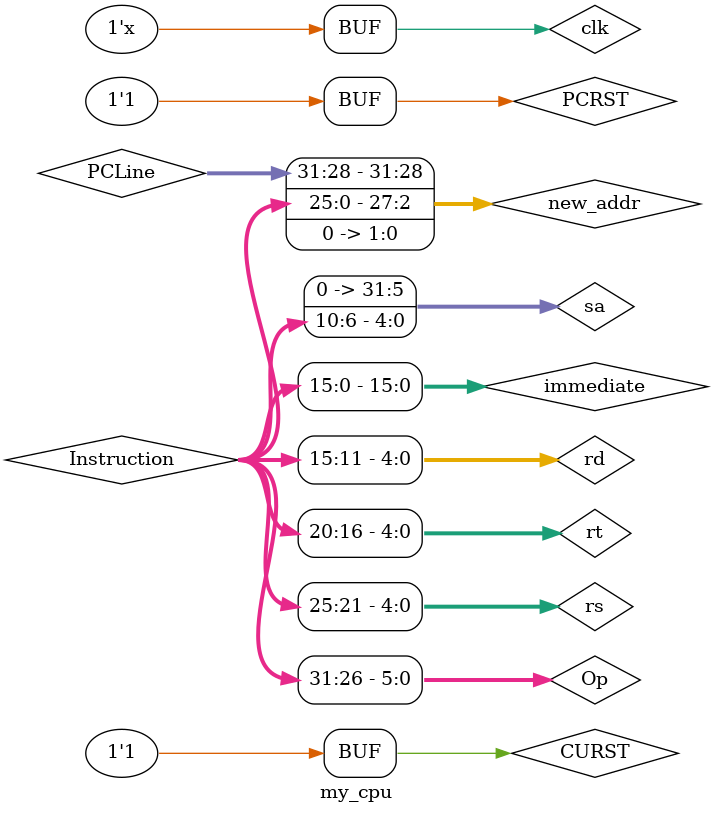
<source format=v>
`timescale 1ns / 1ps

module my_cpu();

//defination of wires and regs
	reg [31:0] PCLine;
	reg clk;
	reg PCRST;
	reg CURST;
	wire [31:0] Instruction;
	wire [5:0] Op;
	wire [4:0] rs;
	wire [4:0] rt;
	wire [4:0] rd;
	wire [15:0] immediate;
	wire [31:0] sa;
//	wire [25:0] sub_addr;
	wire [31:0] new_addr;
   wire [31:0] read_data1_DR;
	wire [31:0] read_data2_DR;
	wire zero;
	wire [31:0] extended_immediate;
	wire [31:0] result;
	wire [31:0] result_DR;
	wire [31:0] write_data;
	wire [31:0] read_data1;
	wire [31:0] read_data2;
	
	//wires of control unit
	wire PCWre;
   wire ALUSrcA;
	wire ALUSrcB;
	wire ALUM2Reg;
	wire RegWre;
	wire WrRegData;
	wire InsMemRW;
	wire RD;
	wire WR;
	wire IRWre;
	wire ExtSel;
	wire [1:0] PCSrc;
	wire [1:0] RegDst;
	wire [2:0] ALUOp;

//end of defination

	initial begin
		CURST = 0;
		PCRST = 0;
		#1000;
		CURST = 1;
		PCRST = 1;
	end
	//PC initial
	initial begin
		PCLine = 0;
	end
	//end of PC initial
	

//clock
	initial begin
		clk = 0;
	end
	
	always #500
		clk = ~clk;
//end of clock

//data path

	InstructionMemory instructionmemory(PCLine, Instruction, clk, IRWre);
	//destruction of instruction
	assign Op = Instruction [31:26];
	assign rs = Instruction [25:21];
	assign rt = Instruction [20:16];
	assign rd = Instruction [15:11];
	assign immediate = Instruction [15:0];
	assign new_addr[31:28] = PCLine[31:28];
	assign new_addr[27:2] = Instruction [25:0];
	assign new_addr[1:0] = 2'b00;
	assign sa[31:0] = {{27{1'b0}},Instruction [10:6]};
	//end of destruction
	
	
	ControlUnit controlunit(Op,zero,clk,CURST,PCWre,ALUSrcA,ALUSrcB,
									ALUM2Reg,RegWre,WrRegData,InsMemRW,RD,WR,
									IRWre,ExtSel,PCSrc,RegDst,ALUOp);
	
	RegisterFile registerfile (clk,RegWre,RegDst,WrRegData,rs,rt,rd,
										write_data,PCLine,read_data1,read_data2);
	DataLate ADR (read_data1,read_data1_DR,clk);
	DataLate BDR (read_data2,read_data2_DR,clk);
	
	Extend extend (immediate, ExtSel, extended_immediate);
	
	ALU alu (read_data1_DR,read_data2_DR,sa,extended_immediate,
				ALUSrcA,ALUSrcB,ALUOp,zero,result);
	DataLate ALUout (result,result_DR,clk);
	
	DataMemory datamemory (result,result_DR,read_data2_DR,RD,WR,ALUM2Reg,write_data,clk);
	//PC refresh
	always@(posedge clk) begin
		if (PCWre == 0)
			PCLine <= PCLine;
		else begin
			if(PCSrc == 2'b00)
				PCLine <= PCLine + 4;
			else if (PCSrc == 2'b01)
				PCLine <= PCLine + 4 + (extended_immediate<<2);
			else if (PCSrc == 2'b10)
				PCLine <= read_data1;
			else
				PCLine <= new_addr;
		end
	end
	//end of PC refresh
endmodule

</source>
